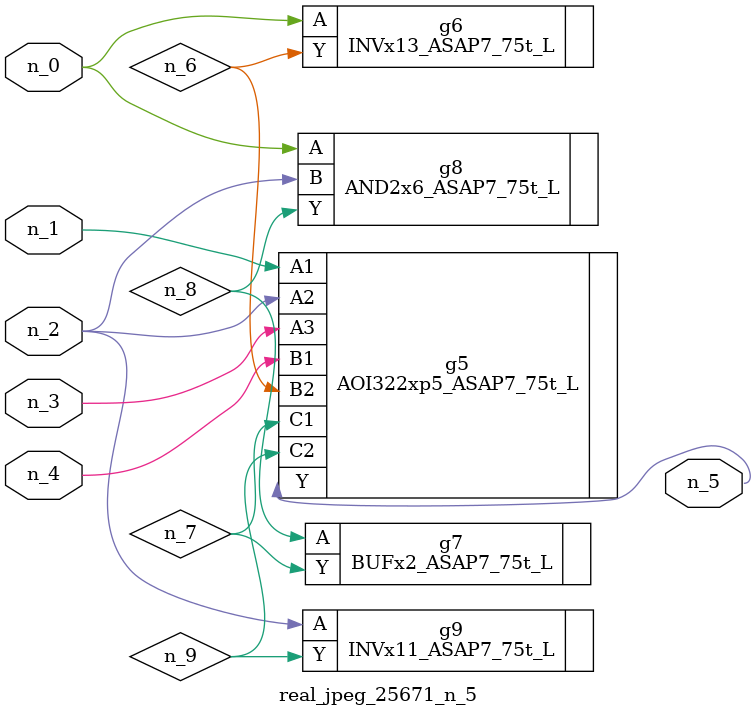
<source format=v>
module real_jpeg_25671_n_5 (n_4, n_0, n_1, n_2, n_3, n_5);

input n_4;
input n_0;
input n_1;
input n_2;
input n_3;

output n_5;

wire n_8;
wire n_6;
wire n_7;
wire n_9;

INVx13_ASAP7_75t_L g6 ( 
.A(n_0),
.Y(n_6)
);

AND2x6_ASAP7_75t_L g8 ( 
.A(n_0),
.B(n_2),
.Y(n_8)
);

AOI322xp5_ASAP7_75t_L g5 ( 
.A1(n_1),
.A2(n_2),
.A3(n_3),
.B1(n_4),
.B2(n_6),
.C1(n_7),
.C2(n_9),
.Y(n_5)
);

INVx11_ASAP7_75t_L g9 ( 
.A(n_2),
.Y(n_9)
);

BUFx2_ASAP7_75t_L g7 ( 
.A(n_8),
.Y(n_7)
);


endmodule
</source>
